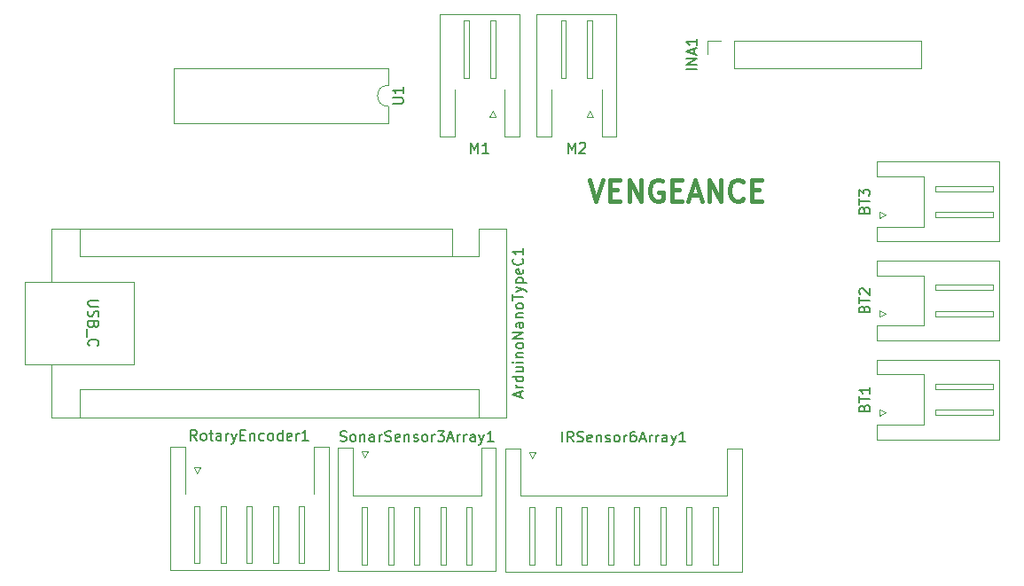
<source format=gbr>
%TF.GenerationSoftware,KiCad,Pcbnew,9.0.3*%
%TF.CreationDate,2025-07-23T14:16:35+06:00*%
%TF.ProjectId,LFRCircuit,4c465243-6972-4637-9569-742e6b696361,rev?*%
%TF.SameCoordinates,Original*%
%TF.FileFunction,Legend,Top*%
%TF.FilePolarity,Positive*%
%FSLAX46Y46*%
G04 Gerber Fmt 4.6, Leading zero omitted, Abs format (unit mm)*
G04 Created by KiCad (PCBNEW 9.0.3) date 2025-07-23 14:16:35*
%MOMM*%
%LPD*%
G01*
G04 APERTURE LIST*
%ADD10C,0.400000*%
%ADD11C,0.150000*%
%ADD12C,0.120000*%
G04 APERTURE END LIST*
D10*
X176703633Y-90234438D02*
X177370299Y-92234438D01*
X177370299Y-92234438D02*
X178036966Y-90234438D01*
X178703633Y-91186819D02*
X179370300Y-91186819D01*
X179656014Y-92234438D02*
X178703633Y-92234438D01*
X178703633Y-92234438D02*
X178703633Y-90234438D01*
X178703633Y-90234438D02*
X179656014Y-90234438D01*
X180513157Y-92234438D02*
X180513157Y-90234438D01*
X180513157Y-90234438D02*
X181656014Y-92234438D01*
X181656014Y-92234438D02*
X181656014Y-90234438D01*
X183656014Y-90329676D02*
X183465538Y-90234438D01*
X183465538Y-90234438D02*
X183179824Y-90234438D01*
X183179824Y-90234438D02*
X182894109Y-90329676D01*
X182894109Y-90329676D02*
X182703633Y-90520152D01*
X182703633Y-90520152D02*
X182608395Y-90710628D01*
X182608395Y-90710628D02*
X182513157Y-91091580D01*
X182513157Y-91091580D02*
X182513157Y-91377295D01*
X182513157Y-91377295D02*
X182608395Y-91758247D01*
X182608395Y-91758247D02*
X182703633Y-91948723D01*
X182703633Y-91948723D02*
X182894109Y-92139200D01*
X182894109Y-92139200D02*
X183179824Y-92234438D01*
X183179824Y-92234438D02*
X183370300Y-92234438D01*
X183370300Y-92234438D02*
X183656014Y-92139200D01*
X183656014Y-92139200D02*
X183751252Y-92043961D01*
X183751252Y-92043961D02*
X183751252Y-91377295D01*
X183751252Y-91377295D02*
X183370300Y-91377295D01*
X184608395Y-91186819D02*
X185275062Y-91186819D01*
X185560776Y-92234438D02*
X184608395Y-92234438D01*
X184608395Y-92234438D02*
X184608395Y-90234438D01*
X184608395Y-90234438D02*
X185560776Y-90234438D01*
X186322681Y-91663009D02*
X187275062Y-91663009D01*
X186132205Y-92234438D02*
X186798871Y-90234438D01*
X186798871Y-90234438D02*
X187465538Y-92234438D01*
X188132205Y-92234438D02*
X188132205Y-90234438D01*
X188132205Y-90234438D02*
X189275062Y-92234438D01*
X189275062Y-92234438D02*
X189275062Y-90234438D01*
X191370300Y-92043961D02*
X191275062Y-92139200D01*
X191275062Y-92139200D02*
X190989348Y-92234438D01*
X190989348Y-92234438D02*
X190798872Y-92234438D01*
X190798872Y-92234438D02*
X190513157Y-92139200D01*
X190513157Y-92139200D02*
X190322681Y-91948723D01*
X190322681Y-91948723D02*
X190227443Y-91758247D01*
X190227443Y-91758247D02*
X190132205Y-91377295D01*
X190132205Y-91377295D02*
X190132205Y-91091580D01*
X190132205Y-91091580D02*
X190227443Y-90710628D01*
X190227443Y-90710628D02*
X190322681Y-90520152D01*
X190322681Y-90520152D02*
X190513157Y-90329676D01*
X190513157Y-90329676D02*
X190798872Y-90234438D01*
X190798872Y-90234438D02*
X190989348Y-90234438D01*
X190989348Y-90234438D02*
X191275062Y-90329676D01*
X191275062Y-90329676D02*
X191370300Y-90424914D01*
X192227443Y-91186819D02*
X192894110Y-91186819D01*
X193179824Y-92234438D02*
X192227443Y-92234438D01*
X192227443Y-92234438D02*
X192227443Y-90234438D01*
X192227443Y-90234438D02*
X193179824Y-90234438D01*
D11*
X170119104Y-110965238D02*
X170119104Y-110489048D01*
X170404819Y-111060476D02*
X169404819Y-110727143D01*
X169404819Y-110727143D02*
X170404819Y-110393810D01*
X170404819Y-110060476D02*
X169738152Y-110060476D01*
X169928628Y-110060476D02*
X169833390Y-110012857D01*
X169833390Y-110012857D02*
X169785771Y-109965238D01*
X169785771Y-109965238D02*
X169738152Y-109870000D01*
X169738152Y-109870000D02*
X169738152Y-109774762D01*
X170404819Y-109012857D02*
X169404819Y-109012857D01*
X170357200Y-109012857D02*
X170404819Y-109108095D01*
X170404819Y-109108095D02*
X170404819Y-109298571D01*
X170404819Y-109298571D02*
X170357200Y-109393809D01*
X170357200Y-109393809D02*
X170309580Y-109441428D01*
X170309580Y-109441428D02*
X170214342Y-109489047D01*
X170214342Y-109489047D02*
X169928628Y-109489047D01*
X169928628Y-109489047D02*
X169833390Y-109441428D01*
X169833390Y-109441428D02*
X169785771Y-109393809D01*
X169785771Y-109393809D02*
X169738152Y-109298571D01*
X169738152Y-109298571D02*
X169738152Y-109108095D01*
X169738152Y-109108095D02*
X169785771Y-109012857D01*
X169738152Y-108108095D02*
X170404819Y-108108095D01*
X169738152Y-108536666D02*
X170261961Y-108536666D01*
X170261961Y-108536666D02*
X170357200Y-108489047D01*
X170357200Y-108489047D02*
X170404819Y-108393809D01*
X170404819Y-108393809D02*
X170404819Y-108250952D01*
X170404819Y-108250952D02*
X170357200Y-108155714D01*
X170357200Y-108155714D02*
X170309580Y-108108095D01*
X170404819Y-107631904D02*
X169738152Y-107631904D01*
X169404819Y-107631904D02*
X169452438Y-107679523D01*
X169452438Y-107679523D02*
X169500057Y-107631904D01*
X169500057Y-107631904D02*
X169452438Y-107584285D01*
X169452438Y-107584285D02*
X169404819Y-107631904D01*
X169404819Y-107631904D02*
X169500057Y-107631904D01*
X169738152Y-107155714D02*
X170404819Y-107155714D01*
X169833390Y-107155714D02*
X169785771Y-107108095D01*
X169785771Y-107108095D02*
X169738152Y-107012857D01*
X169738152Y-107012857D02*
X169738152Y-106870000D01*
X169738152Y-106870000D02*
X169785771Y-106774762D01*
X169785771Y-106774762D02*
X169881009Y-106727143D01*
X169881009Y-106727143D02*
X170404819Y-106727143D01*
X170404819Y-106108095D02*
X170357200Y-106203333D01*
X170357200Y-106203333D02*
X170309580Y-106250952D01*
X170309580Y-106250952D02*
X170214342Y-106298571D01*
X170214342Y-106298571D02*
X169928628Y-106298571D01*
X169928628Y-106298571D02*
X169833390Y-106250952D01*
X169833390Y-106250952D02*
X169785771Y-106203333D01*
X169785771Y-106203333D02*
X169738152Y-106108095D01*
X169738152Y-106108095D02*
X169738152Y-105965238D01*
X169738152Y-105965238D02*
X169785771Y-105870000D01*
X169785771Y-105870000D02*
X169833390Y-105822381D01*
X169833390Y-105822381D02*
X169928628Y-105774762D01*
X169928628Y-105774762D02*
X170214342Y-105774762D01*
X170214342Y-105774762D02*
X170309580Y-105822381D01*
X170309580Y-105822381D02*
X170357200Y-105870000D01*
X170357200Y-105870000D02*
X170404819Y-105965238D01*
X170404819Y-105965238D02*
X170404819Y-106108095D01*
X170404819Y-105346190D02*
X169404819Y-105346190D01*
X169404819Y-105346190D02*
X170404819Y-104774762D01*
X170404819Y-104774762D02*
X169404819Y-104774762D01*
X170404819Y-103870000D02*
X169881009Y-103870000D01*
X169881009Y-103870000D02*
X169785771Y-103917619D01*
X169785771Y-103917619D02*
X169738152Y-104012857D01*
X169738152Y-104012857D02*
X169738152Y-104203333D01*
X169738152Y-104203333D02*
X169785771Y-104298571D01*
X170357200Y-103870000D02*
X170404819Y-103965238D01*
X170404819Y-103965238D02*
X170404819Y-104203333D01*
X170404819Y-104203333D02*
X170357200Y-104298571D01*
X170357200Y-104298571D02*
X170261961Y-104346190D01*
X170261961Y-104346190D02*
X170166723Y-104346190D01*
X170166723Y-104346190D02*
X170071485Y-104298571D01*
X170071485Y-104298571D02*
X170023866Y-104203333D01*
X170023866Y-104203333D02*
X170023866Y-103965238D01*
X170023866Y-103965238D02*
X169976247Y-103870000D01*
X169738152Y-103393809D02*
X170404819Y-103393809D01*
X169833390Y-103393809D02*
X169785771Y-103346190D01*
X169785771Y-103346190D02*
X169738152Y-103250952D01*
X169738152Y-103250952D02*
X169738152Y-103108095D01*
X169738152Y-103108095D02*
X169785771Y-103012857D01*
X169785771Y-103012857D02*
X169881009Y-102965238D01*
X169881009Y-102965238D02*
X170404819Y-102965238D01*
X170404819Y-102346190D02*
X170357200Y-102441428D01*
X170357200Y-102441428D02*
X170309580Y-102489047D01*
X170309580Y-102489047D02*
X170214342Y-102536666D01*
X170214342Y-102536666D02*
X169928628Y-102536666D01*
X169928628Y-102536666D02*
X169833390Y-102489047D01*
X169833390Y-102489047D02*
X169785771Y-102441428D01*
X169785771Y-102441428D02*
X169738152Y-102346190D01*
X169738152Y-102346190D02*
X169738152Y-102203333D01*
X169738152Y-102203333D02*
X169785771Y-102108095D01*
X169785771Y-102108095D02*
X169833390Y-102060476D01*
X169833390Y-102060476D02*
X169928628Y-102012857D01*
X169928628Y-102012857D02*
X170214342Y-102012857D01*
X170214342Y-102012857D02*
X170309580Y-102060476D01*
X170309580Y-102060476D02*
X170357200Y-102108095D01*
X170357200Y-102108095D02*
X170404819Y-102203333D01*
X170404819Y-102203333D02*
X170404819Y-102346190D01*
X169404819Y-101727142D02*
X169404819Y-101155714D01*
X170404819Y-101441428D02*
X169404819Y-101441428D01*
X169738152Y-100917618D02*
X170404819Y-100679523D01*
X169738152Y-100441428D02*
X170404819Y-100679523D01*
X170404819Y-100679523D02*
X170642914Y-100774761D01*
X170642914Y-100774761D02*
X170690533Y-100822380D01*
X170690533Y-100822380D02*
X170738152Y-100917618D01*
X169738152Y-100060475D02*
X170738152Y-100060475D01*
X169785771Y-100060475D02*
X169738152Y-99965237D01*
X169738152Y-99965237D02*
X169738152Y-99774761D01*
X169738152Y-99774761D02*
X169785771Y-99679523D01*
X169785771Y-99679523D02*
X169833390Y-99631904D01*
X169833390Y-99631904D02*
X169928628Y-99584285D01*
X169928628Y-99584285D02*
X170214342Y-99584285D01*
X170214342Y-99584285D02*
X170309580Y-99631904D01*
X170309580Y-99631904D02*
X170357200Y-99679523D01*
X170357200Y-99679523D02*
X170404819Y-99774761D01*
X170404819Y-99774761D02*
X170404819Y-99965237D01*
X170404819Y-99965237D02*
X170357200Y-100060475D01*
X170357200Y-98774761D02*
X170404819Y-98869999D01*
X170404819Y-98869999D02*
X170404819Y-99060475D01*
X170404819Y-99060475D02*
X170357200Y-99155713D01*
X170357200Y-99155713D02*
X170261961Y-99203332D01*
X170261961Y-99203332D02*
X169881009Y-99203332D01*
X169881009Y-99203332D02*
X169785771Y-99155713D01*
X169785771Y-99155713D02*
X169738152Y-99060475D01*
X169738152Y-99060475D02*
X169738152Y-98869999D01*
X169738152Y-98869999D02*
X169785771Y-98774761D01*
X169785771Y-98774761D02*
X169881009Y-98727142D01*
X169881009Y-98727142D02*
X169976247Y-98727142D01*
X169976247Y-98727142D02*
X170071485Y-99203332D01*
X170309580Y-97727142D02*
X170357200Y-97774761D01*
X170357200Y-97774761D02*
X170404819Y-97917618D01*
X170404819Y-97917618D02*
X170404819Y-98012856D01*
X170404819Y-98012856D02*
X170357200Y-98155713D01*
X170357200Y-98155713D02*
X170261961Y-98250951D01*
X170261961Y-98250951D02*
X170166723Y-98298570D01*
X170166723Y-98298570D02*
X169976247Y-98346189D01*
X169976247Y-98346189D02*
X169833390Y-98346189D01*
X169833390Y-98346189D02*
X169642914Y-98298570D01*
X169642914Y-98298570D02*
X169547676Y-98250951D01*
X169547676Y-98250951D02*
X169452438Y-98155713D01*
X169452438Y-98155713D02*
X169404819Y-98012856D01*
X169404819Y-98012856D02*
X169404819Y-97917618D01*
X169404819Y-97917618D02*
X169452438Y-97774761D01*
X169452438Y-97774761D02*
X169500057Y-97727142D01*
X170404819Y-96774761D02*
X170404819Y-97346189D01*
X170404819Y-97060475D02*
X169404819Y-97060475D01*
X169404819Y-97060475D02*
X169547676Y-97155713D01*
X169547676Y-97155713D02*
X169642914Y-97250951D01*
X169642914Y-97250951D02*
X169690533Y-97346189D01*
X129855180Y-101727143D02*
X129045657Y-101727143D01*
X129045657Y-101727143D02*
X128950419Y-101774762D01*
X128950419Y-101774762D02*
X128902800Y-101822381D01*
X128902800Y-101822381D02*
X128855180Y-101917619D01*
X128855180Y-101917619D02*
X128855180Y-102108095D01*
X128855180Y-102108095D02*
X128902800Y-102203333D01*
X128902800Y-102203333D02*
X128950419Y-102250952D01*
X128950419Y-102250952D02*
X129045657Y-102298571D01*
X129045657Y-102298571D02*
X129855180Y-102298571D01*
X128902800Y-102727143D02*
X128855180Y-102870000D01*
X128855180Y-102870000D02*
X128855180Y-103108095D01*
X128855180Y-103108095D02*
X128902800Y-103203333D01*
X128902800Y-103203333D02*
X128950419Y-103250952D01*
X128950419Y-103250952D02*
X129045657Y-103298571D01*
X129045657Y-103298571D02*
X129140895Y-103298571D01*
X129140895Y-103298571D02*
X129236133Y-103250952D01*
X129236133Y-103250952D02*
X129283752Y-103203333D01*
X129283752Y-103203333D02*
X129331371Y-103108095D01*
X129331371Y-103108095D02*
X129378990Y-102917619D01*
X129378990Y-102917619D02*
X129426609Y-102822381D01*
X129426609Y-102822381D02*
X129474228Y-102774762D01*
X129474228Y-102774762D02*
X129569466Y-102727143D01*
X129569466Y-102727143D02*
X129664704Y-102727143D01*
X129664704Y-102727143D02*
X129759942Y-102774762D01*
X129759942Y-102774762D02*
X129807561Y-102822381D01*
X129807561Y-102822381D02*
X129855180Y-102917619D01*
X129855180Y-102917619D02*
X129855180Y-103155714D01*
X129855180Y-103155714D02*
X129807561Y-103298571D01*
X129378990Y-104060476D02*
X129331371Y-104203333D01*
X129331371Y-104203333D02*
X129283752Y-104250952D01*
X129283752Y-104250952D02*
X129188514Y-104298571D01*
X129188514Y-104298571D02*
X129045657Y-104298571D01*
X129045657Y-104298571D02*
X128950419Y-104250952D01*
X128950419Y-104250952D02*
X128902800Y-104203333D01*
X128902800Y-104203333D02*
X128855180Y-104108095D01*
X128855180Y-104108095D02*
X128855180Y-103727143D01*
X128855180Y-103727143D02*
X129855180Y-103727143D01*
X129855180Y-103727143D02*
X129855180Y-104060476D01*
X129855180Y-104060476D02*
X129807561Y-104155714D01*
X129807561Y-104155714D02*
X129759942Y-104203333D01*
X129759942Y-104203333D02*
X129664704Y-104250952D01*
X129664704Y-104250952D02*
X129569466Y-104250952D01*
X129569466Y-104250952D02*
X129474228Y-104203333D01*
X129474228Y-104203333D02*
X129426609Y-104155714D01*
X129426609Y-104155714D02*
X129378990Y-104060476D01*
X129378990Y-104060476D02*
X129378990Y-103727143D01*
X128759942Y-104489048D02*
X128759942Y-105250952D01*
X128950419Y-106060476D02*
X128902800Y-106012857D01*
X128902800Y-106012857D02*
X128855180Y-105870000D01*
X128855180Y-105870000D02*
X128855180Y-105774762D01*
X128855180Y-105774762D02*
X128902800Y-105631905D01*
X128902800Y-105631905D02*
X128998038Y-105536667D01*
X128998038Y-105536667D02*
X129093276Y-105489048D01*
X129093276Y-105489048D02*
X129283752Y-105441429D01*
X129283752Y-105441429D02*
X129426609Y-105441429D01*
X129426609Y-105441429D02*
X129617085Y-105489048D01*
X129617085Y-105489048D02*
X129712323Y-105536667D01*
X129712323Y-105536667D02*
X129807561Y-105631905D01*
X129807561Y-105631905D02*
X129855180Y-105774762D01*
X129855180Y-105774762D02*
X129855180Y-105870000D01*
X129855180Y-105870000D02*
X129807561Y-106012857D01*
X129807561Y-106012857D02*
X129759942Y-106060476D01*
X152940475Y-115147200D02*
X153083332Y-115194819D01*
X153083332Y-115194819D02*
X153321427Y-115194819D01*
X153321427Y-115194819D02*
X153416665Y-115147200D01*
X153416665Y-115147200D02*
X153464284Y-115099580D01*
X153464284Y-115099580D02*
X153511903Y-115004342D01*
X153511903Y-115004342D02*
X153511903Y-114909104D01*
X153511903Y-114909104D02*
X153464284Y-114813866D01*
X153464284Y-114813866D02*
X153416665Y-114766247D01*
X153416665Y-114766247D02*
X153321427Y-114718628D01*
X153321427Y-114718628D02*
X153130951Y-114671009D01*
X153130951Y-114671009D02*
X153035713Y-114623390D01*
X153035713Y-114623390D02*
X152988094Y-114575771D01*
X152988094Y-114575771D02*
X152940475Y-114480533D01*
X152940475Y-114480533D02*
X152940475Y-114385295D01*
X152940475Y-114385295D02*
X152988094Y-114290057D01*
X152988094Y-114290057D02*
X153035713Y-114242438D01*
X153035713Y-114242438D02*
X153130951Y-114194819D01*
X153130951Y-114194819D02*
X153369046Y-114194819D01*
X153369046Y-114194819D02*
X153511903Y-114242438D01*
X154083332Y-115194819D02*
X153988094Y-115147200D01*
X153988094Y-115147200D02*
X153940475Y-115099580D01*
X153940475Y-115099580D02*
X153892856Y-115004342D01*
X153892856Y-115004342D02*
X153892856Y-114718628D01*
X153892856Y-114718628D02*
X153940475Y-114623390D01*
X153940475Y-114623390D02*
X153988094Y-114575771D01*
X153988094Y-114575771D02*
X154083332Y-114528152D01*
X154083332Y-114528152D02*
X154226189Y-114528152D01*
X154226189Y-114528152D02*
X154321427Y-114575771D01*
X154321427Y-114575771D02*
X154369046Y-114623390D01*
X154369046Y-114623390D02*
X154416665Y-114718628D01*
X154416665Y-114718628D02*
X154416665Y-115004342D01*
X154416665Y-115004342D02*
X154369046Y-115099580D01*
X154369046Y-115099580D02*
X154321427Y-115147200D01*
X154321427Y-115147200D02*
X154226189Y-115194819D01*
X154226189Y-115194819D02*
X154083332Y-115194819D01*
X154845237Y-114528152D02*
X154845237Y-115194819D01*
X154845237Y-114623390D02*
X154892856Y-114575771D01*
X154892856Y-114575771D02*
X154988094Y-114528152D01*
X154988094Y-114528152D02*
X155130951Y-114528152D01*
X155130951Y-114528152D02*
X155226189Y-114575771D01*
X155226189Y-114575771D02*
X155273808Y-114671009D01*
X155273808Y-114671009D02*
X155273808Y-115194819D01*
X156178570Y-115194819D02*
X156178570Y-114671009D01*
X156178570Y-114671009D02*
X156130951Y-114575771D01*
X156130951Y-114575771D02*
X156035713Y-114528152D01*
X156035713Y-114528152D02*
X155845237Y-114528152D01*
X155845237Y-114528152D02*
X155749999Y-114575771D01*
X156178570Y-115147200D02*
X156083332Y-115194819D01*
X156083332Y-115194819D02*
X155845237Y-115194819D01*
X155845237Y-115194819D02*
X155749999Y-115147200D01*
X155749999Y-115147200D02*
X155702380Y-115051961D01*
X155702380Y-115051961D02*
X155702380Y-114956723D01*
X155702380Y-114956723D02*
X155749999Y-114861485D01*
X155749999Y-114861485D02*
X155845237Y-114813866D01*
X155845237Y-114813866D02*
X156083332Y-114813866D01*
X156083332Y-114813866D02*
X156178570Y-114766247D01*
X156654761Y-115194819D02*
X156654761Y-114528152D01*
X156654761Y-114718628D02*
X156702380Y-114623390D01*
X156702380Y-114623390D02*
X156749999Y-114575771D01*
X156749999Y-114575771D02*
X156845237Y-114528152D01*
X156845237Y-114528152D02*
X156940475Y-114528152D01*
X157226190Y-115147200D02*
X157369047Y-115194819D01*
X157369047Y-115194819D02*
X157607142Y-115194819D01*
X157607142Y-115194819D02*
X157702380Y-115147200D01*
X157702380Y-115147200D02*
X157749999Y-115099580D01*
X157749999Y-115099580D02*
X157797618Y-115004342D01*
X157797618Y-115004342D02*
X157797618Y-114909104D01*
X157797618Y-114909104D02*
X157749999Y-114813866D01*
X157749999Y-114813866D02*
X157702380Y-114766247D01*
X157702380Y-114766247D02*
X157607142Y-114718628D01*
X157607142Y-114718628D02*
X157416666Y-114671009D01*
X157416666Y-114671009D02*
X157321428Y-114623390D01*
X157321428Y-114623390D02*
X157273809Y-114575771D01*
X157273809Y-114575771D02*
X157226190Y-114480533D01*
X157226190Y-114480533D02*
X157226190Y-114385295D01*
X157226190Y-114385295D02*
X157273809Y-114290057D01*
X157273809Y-114290057D02*
X157321428Y-114242438D01*
X157321428Y-114242438D02*
X157416666Y-114194819D01*
X157416666Y-114194819D02*
X157654761Y-114194819D01*
X157654761Y-114194819D02*
X157797618Y-114242438D01*
X158607142Y-115147200D02*
X158511904Y-115194819D01*
X158511904Y-115194819D02*
X158321428Y-115194819D01*
X158321428Y-115194819D02*
X158226190Y-115147200D01*
X158226190Y-115147200D02*
X158178571Y-115051961D01*
X158178571Y-115051961D02*
X158178571Y-114671009D01*
X158178571Y-114671009D02*
X158226190Y-114575771D01*
X158226190Y-114575771D02*
X158321428Y-114528152D01*
X158321428Y-114528152D02*
X158511904Y-114528152D01*
X158511904Y-114528152D02*
X158607142Y-114575771D01*
X158607142Y-114575771D02*
X158654761Y-114671009D01*
X158654761Y-114671009D02*
X158654761Y-114766247D01*
X158654761Y-114766247D02*
X158178571Y-114861485D01*
X159083333Y-114528152D02*
X159083333Y-115194819D01*
X159083333Y-114623390D02*
X159130952Y-114575771D01*
X159130952Y-114575771D02*
X159226190Y-114528152D01*
X159226190Y-114528152D02*
X159369047Y-114528152D01*
X159369047Y-114528152D02*
X159464285Y-114575771D01*
X159464285Y-114575771D02*
X159511904Y-114671009D01*
X159511904Y-114671009D02*
X159511904Y-115194819D01*
X159940476Y-115147200D02*
X160035714Y-115194819D01*
X160035714Y-115194819D02*
X160226190Y-115194819D01*
X160226190Y-115194819D02*
X160321428Y-115147200D01*
X160321428Y-115147200D02*
X160369047Y-115051961D01*
X160369047Y-115051961D02*
X160369047Y-115004342D01*
X160369047Y-115004342D02*
X160321428Y-114909104D01*
X160321428Y-114909104D02*
X160226190Y-114861485D01*
X160226190Y-114861485D02*
X160083333Y-114861485D01*
X160083333Y-114861485D02*
X159988095Y-114813866D01*
X159988095Y-114813866D02*
X159940476Y-114718628D01*
X159940476Y-114718628D02*
X159940476Y-114671009D01*
X159940476Y-114671009D02*
X159988095Y-114575771D01*
X159988095Y-114575771D02*
X160083333Y-114528152D01*
X160083333Y-114528152D02*
X160226190Y-114528152D01*
X160226190Y-114528152D02*
X160321428Y-114575771D01*
X160940476Y-115194819D02*
X160845238Y-115147200D01*
X160845238Y-115147200D02*
X160797619Y-115099580D01*
X160797619Y-115099580D02*
X160750000Y-115004342D01*
X160750000Y-115004342D02*
X160750000Y-114718628D01*
X160750000Y-114718628D02*
X160797619Y-114623390D01*
X160797619Y-114623390D02*
X160845238Y-114575771D01*
X160845238Y-114575771D02*
X160940476Y-114528152D01*
X160940476Y-114528152D02*
X161083333Y-114528152D01*
X161083333Y-114528152D02*
X161178571Y-114575771D01*
X161178571Y-114575771D02*
X161226190Y-114623390D01*
X161226190Y-114623390D02*
X161273809Y-114718628D01*
X161273809Y-114718628D02*
X161273809Y-115004342D01*
X161273809Y-115004342D02*
X161226190Y-115099580D01*
X161226190Y-115099580D02*
X161178571Y-115147200D01*
X161178571Y-115147200D02*
X161083333Y-115194819D01*
X161083333Y-115194819D02*
X160940476Y-115194819D01*
X161702381Y-115194819D02*
X161702381Y-114528152D01*
X161702381Y-114718628D02*
X161750000Y-114623390D01*
X161750000Y-114623390D02*
X161797619Y-114575771D01*
X161797619Y-114575771D02*
X161892857Y-114528152D01*
X161892857Y-114528152D02*
X161988095Y-114528152D01*
X162226191Y-114194819D02*
X162845238Y-114194819D01*
X162845238Y-114194819D02*
X162511905Y-114575771D01*
X162511905Y-114575771D02*
X162654762Y-114575771D01*
X162654762Y-114575771D02*
X162750000Y-114623390D01*
X162750000Y-114623390D02*
X162797619Y-114671009D01*
X162797619Y-114671009D02*
X162845238Y-114766247D01*
X162845238Y-114766247D02*
X162845238Y-115004342D01*
X162845238Y-115004342D02*
X162797619Y-115099580D01*
X162797619Y-115099580D02*
X162750000Y-115147200D01*
X162750000Y-115147200D02*
X162654762Y-115194819D01*
X162654762Y-115194819D02*
X162369048Y-115194819D01*
X162369048Y-115194819D02*
X162273810Y-115147200D01*
X162273810Y-115147200D02*
X162226191Y-115099580D01*
X163226191Y-114909104D02*
X163702381Y-114909104D01*
X163130953Y-115194819D02*
X163464286Y-114194819D01*
X163464286Y-114194819D02*
X163797619Y-115194819D01*
X164130953Y-115194819D02*
X164130953Y-114528152D01*
X164130953Y-114718628D02*
X164178572Y-114623390D01*
X164178572Y-114623390D02*
X164226191Y-114575771D01*
X164226191Y-114575771D02*
X164321429Y-114528152D01*
X164321429Y-114528152D02*
X164416667Y-114528152D01*
X164750001Y-115194819D02*
X164750001Y-114528152D01*
X164750001Y-114718628D02*
X164797620Y-114623390D01*
X164797620Y-114623390D02*
X164845239Y-114575771D01*
X164845239Y-114575771D02*
X164940477Y-114528152D01*
X164940477Y-114528152D02*
X165035715Y-114528152D01*
X165797620Y-115194819D02*
X165797620Y-114671009D01*
X165797620Y-114671009D02*
X165750001Y-114575771D01*
X165750001Y-114575771D02*
X165654763Y-114528152D01*
X165654763Y-114528152D02*
X165464287Y-114528152D01*
X165464287Y-114528152D02*
X165369049Y-114575771D01*
X165797620Y-115147200D02*
X165702382Y-115194819D01*
X165702382Y-115194819D02*
X165464287Y-115194819D01*
X165464287Y-115194819D02*
X165369049Y-115147200D01*
X165369049Y-115147200D02*
X165321430Y-115051961D01*
X165321430Y-115051961D02*
X165321430Y-114956723D01*
X165321430Y-114956723D02*
X165369049Y-114861485D01*
X165369049Y-114861485D02*
X165464287Y-114813866D01*
X165464287Y-114813866D02*
X165702382Y-114813866D01*
X165702382Y-114813866D02*
X165797620Y-114766247D01*
X166178573Y-114528152D02*
X166416668Y-115194819D01*
X166654763Y-114528152D02*
X166416668Y-115194819D01*
X166416668Y-115194819D02*
X166321430Y-115432914D01*
X166321430Y-115432914D02*
X166273811Y-115480533D01*
X166273811Y-115480533D02*
X166178573Y-115528152D01*
X167559525Y-115194819D02*
X166988097Y-115194819D01*
X167273811Y-115194819D02*
X167273811Y-114194819D01*
X167273811Y-114194819D02*
X167178573Y-114337676D01*
X167178573Y-114337676D02*
X167083335Y-114432914D01*
X167083335Y-114432914D02*
X166988097Y-114480533D01*
X139226189Y-115104819D02*
X138892856Y-114628628D01*
X138654761Y-115104819D02*
X138654761Y-114104819D01*
X138654761Y-114104819D02*
X139035713Y-114104819D01*
X139035713Y-114104819D02*
X139130951Y-114152438D01*
X139130951Y-114152438D02*
X139178570Y-114200057D01*
X139178570Y-114200057D02*
X139226189Y-114295295D01*
X139226189Y-114295295D02*
X139226189Y-114438152D01*
X139226189Y-114438152D02*
X139178570Y-114533390D01*
X139178570Y-114533390D02*
X139130951Y-114581009D01*
X139130951Y-114581009D02*
X139035713Y-114628628D01*
X139035713Y-114628628D02*
X138654761Y-114628628D01*
X139797618Y-115104819D02*
X139702380Y-115057200D01*
X139702380Y-115057200D02*
X139654761Y-115009580D01*
X139654761Y-115009580D02*
X139607142Y-114914342D01*
X139607142Y-114914342D02*
X139607142Y-114628628D01*
X139607142Y-114628628D02*
X139654761Y-114533390D01*
X139654761Y-114533390D02*
X139702380Y-114485771D01*
X139702380Y-114485771D02*
X139797618Y-114438152D01*
X139797618Y-114438152D02*
X139940475Y-114438152D01*
X139940475Y-114438152D02*
X140035713Y-114485771D01*
X140035713Y-114485771D02*
X140083332Y-114533390D01*
X140083332Y-114533390D02*
X140130951Y-114628628D01*
X140130951Y-114628628D02*
X140130951Y-114914342D01*
X140130951Y-114914342D02*
X140083332Y-115009580D01*
X140083332Y-115009580D02*
X140035713Y-115057200D01*
X140035713Y-115057200D02*
X139940475Y-115104819D01*
X139940475Y-115104819D02*
X139797618Y-115104819D01*
X140416666Y-114438152D02*
X140797618Y-114438152D01*
X140559523Y-114104819D02*
X140559523Y-114961961D01*
X140559523Y-114961961D02*
X140607142Y-115057200D01*
X140607142Y-115057200D02*
X140702380Y-115104819D01*
X140702380Y-115104819D02*
X140797618Y-115104819D01*
X141559523Y-115104819D02*
X141559523Y-114581009D01*
X141559523Y-114581009D02*
X141511904Y-114485771D01*
X141511904Y-114485771D02*
X141416666Y-114438152D01*
X141416666Y-114438152D02*
X141226190Y-114438152D01*
X141226190Y-114438152D02*
X141130952Y-114485771D01*
X141559523Y-115057200D02*
X141464285Y-115104819D01*
X141464285Y-115104819D02*
X141226190Y-115104819D01*
X141226190Y-115104819D02*
X141130952Y-115057200D01*
X141130952Y-115057200D02*
X141083333Y-114961961D01*
X141083333Y-114961961D02*
X141083333Y-114866723D01*
X141083333Y-114866723D02*
X141130952Y-114771485D01*
X141130952Y-114771485D02*
X141226190Y-114723866D01*
X141226190Y-114723866D02*
X141464285Y-114723866D01*
X141464285Y-114723866D02*
X141559523Y-114676247D01*
X142035714Y-115104819D02*
X142035714Y-114438152D01*
X142035714Y-114628628D02*
X142083333Y-114533390D01*
X142083333Y-114533390D02*
X142130952Y-114485771D01*
X142130952Y-114485771D02*
X142226190Y-114438152D01*
X142226190Y-114438152D02*
X142321428Y-114438152D01*
X142559524Y-114438152D02*
X142797619Y-115104819D01*
X143035714Y-114438152D02*
X142797619Y-115104819D01*
X142797619Y-115104819D02*
X142702381Y-115342914D01*
X142702381Y-115342914D02*
X142654762Y-115390533D01*
X142654762Y-115390533D02*
X142559524Y-115438152D01*
X143416667Y-114581009D02*
X143750000Y-114581009D01*
X143892857Y-115104819D02*
X143416667Y-115104819D01*
X143416667Y-115104819D02*
X143416667Y-114104819D01*
X143416667Y-114104819D02*
X143892857Y-114104819D01*
X144321429Y-114438152D02*
X144321429Y-115104819D01*
X144321429Y-114533390D02*
X144369048Y-114485771D01*
X144369048Y-114485771D02*
X144464286Y-114438152D01*
X144464286Y-114438152D02*
X144607143Y-114438152D01*
X144607143Y-114438152D02*
X144702381Y-114485771D01*
X144702381Y-114485771D02*
X144750000Y-114581009D01*
X144750000Y-114581009D02*
X144750000Y-115104819D01*
X145654762Y-115057200D02*
X145559524Y-115104819D01*
X145559524Y-115104819D02*
X145369048Y-115104819D01*
X145369048Y-115104819D02*
X145273810Y-115057200D01*
X145273810Y-115057200D02*
X145226191Y-115009580D01*
X145226191Y-115009580D02*
X145178572Y-114914342D01*
X145178572Y-114914342D02*
X145178572Y-114628628D01*
X145178572Y-114628628D02*
X145226191Y-114533390D01*
X145226191Y-114533390D02*
X145273810Y-114485771D01*
X145273810Y-114485771D02*
X145369048Y-114438152D01*
X145369048Y-114438152D02*
X145559524Y-114438152D01*
X145559524Y-114438152D02*
X145654762Y-114485771D01*
X146226191Y-115104819D02*
X146130953Y-115057200D01*
X146130953Y-115057200D02*
X146083334Y-115009580D01*
X146083334Y-115009580D02*
X146035715Y-114914342D01*
X146035715Y-114914342D02*
X146035715Y-114628628D01*
X146035715Y-114628628D02*
X146083334Y-114533390D01*
X146083334Y-114533390D02*
X146130953Y-114485771D01*
X146130953Y-114485771D02*
X146226191Y-114438152D01*
X146226191Y-114438152D02*
X146369048Y-114438152D01*
X146369048Y-114438152D02*
X146464286Y-114485771D01*
X146464286Y-114485771D02*
X146511905Y-114533390D01*
X146511905Y-114533390D02*
X146559524Y-114628628D01*
X146559524Y-114628628D02*
X146559524Y-114914342D01*
X146559524Y-114914342D02*
X146511905Y-115009580D01*
X146511905Y-115009580D02*
X146464286Y-115057200D01*
X146464286Y-115057200D02*
X146369048Y-115104819D01*
X146369048Y-115104819D02*
X146226191Y-115104819D01*
X147416667Y-115104819D02*
X147416667Y-114104819D01*
X147416667Y-115057200D02*
X147321429Y-115104819D01*
X147321429Y-115104819D02*
X147130953Y-115104819D01*
X147130953Y-115104819D02*
X147035715Y-115057200D01*
X147035715Y-115057200D02*
X146988096Y-115009580D01*
X146988096Y-115009580D02*
X146940477Y-114914342D01*
X146940477Y-114914342D02*
X146940477Y-114628628D01*
X146940477Y-114628628D02*
X146988096Y-114533390D01*
X146988096Y-114533390D02*
X147035715Y-114485771D01*
X147035715Y-114485771D02*
X147130953Y-114438152D01*
X147130953Y-114438152D02*
X147321429Y-114438152D01*
X147321429Y-114438152D02*
X147416667Y-114485771D01*
X148273810Y-115057200D02*
X148178572Y-115104819D01*
X148178572Y-115104819D02*
X147988096Y-115104819D01*
X147988096Y-115104819D02*
X147892858Y-115057200D01*
X147892858Y-115057200D02*
X147845239Y-114961961D01*
X147845239Y-114961961D02*
X147845239Y-114581009D01*
X147845239Y-114581009D02*
X147892858Y-114485771D01*
X147892858Y-114485771D02*
X147988096Y-114438152D01*
X147988096Y-114438152D02*
X148178572Y-114438152D01*
X148178572Y-114438152D02*
X148273810Y-114485771D01*
X148273810Y-114485771D02*
X148321429Y-114581009D01*
X148321429Y-114581009D02*
X148321429Y-114676247D01*
X148321429Y-114676247D02*
X147845239Y-114771485D01*
X148750001Y-115104819D02*
X148750001Y-114438152D01*
X148750001Y-114628628D02*
X148797620Y-114533390D01*
X148797620Y-114533390D02*
X148845239Y-114485771D01*
X148845239Y-114485771D02*
X148940477Y-114438152D01*
X148940477Y-114438152D02*
X149035715Y-114438152D01*
X149892858Y-115104819D02*
X149321430Y-115104819D01*
X149607144Y-115104819D02*
X149607144Y-114104819D01*
X149607144Y-114104819D02*
X149511906Y-114247676D01*
X149511906Y-114247676D02*
X149416668Y-114342914D01*
X149416668Y-114342914D02*
X149321430Y-114390533D01*
X174142856Y-115249819D02*
X174142856Y-114249819D01*
X175190474Y-115249819D02*
X174857141Y-114773628D01*
X174619046Y-115249819D02*
X174619046Y-114249819D01*
X174619046Y-114249819D02*
X174999998Y-114249819D01*
X174999998Y-114249819D02*
X175095236Y-114297438D01*
X175095236Y-114297438D02*
X175142855Y-114345057D01*
X175142855Y-114345057D02*
X175190474Y-114440295D01*
X175190474Y-114440295D02*
X175190474Y-114583152D01*
X175190474Y-114583152D02*
X175142855Y-114678390D01*
X175142855Y-114678390D02*
X175095236Y-114726009D01*
X175095236Y-114726009D02*
X174999998Y-114773628D01*
X174999998Y-114773628D02*
X174619046Y-114773628D01*
X175571427Y-115202200D02*
X175714284Y-115249819D01*
X175714284Y-115249819D02*
X175952379Y-115249819D01*
X175952379Y-115249819D02*
X176047617Y-115202200D01*
X176047617Y-115202200D02*
X176095236Y-115154580D01*
X176095236Y-115154580D02*
X176142855Y-115059342D01*
X176142855Y-115059342D02*
X176142855Y-114964104D01*
X176142855Y-114964104D02*
X176095236Y-114868866D01*
X176095236Y-114868866D02*
X176047617Y-114821247D01*
X176047617Y-114821247D02*
X175952379Y-114773628D01*
X175952379Y-114773628D02*
X175761903Y-114726009D01*
X175761903Y-114726009D02*
X175666665Y-114678390D01*
X175666665Y-114678390D02*
X175619046Y-114630771D01*
X175619046Y-114630771D02*
X175571427Y-114535533D01*
X175571427Y-114535533D02*
X175571427Y-114440295D01*
X175571427Y-114440295D02*
X175619046Y-114345057D01*
X175619046Y-114345057D02*
X175666665Y-114297438D01*
X175666665Y-114297438D02*
X175761903Y-114249819D01*
X175761903Y-114249819D02*
X175999998Y-114249819D01*
X175999998Y-114249819D02*
X176142855Y-114297438D01*
X176952379Y-115202200D02*
X176857141Y-115249819D01*
X176857141Y-115249819D02*
X176666665Y-115249819D01*
X176666665Y-115249819D02*
X176571427Y-115202200D01*
X176571427Y-115202200D02*
X176523808Y-115106961D01*
X176523808Y-115106961D02*
X176523808Y-114726009D01*
X176523808Y-114726009D02*
X176571427Y-114630771D01*
X176571427Y-114630771D02*
X176666665Y-114583152D01*
X176666665Y-114583152D02*
X176857141Y-114583152D01*
X176857141Y-114583152D02*
X176952379Y-114630771D01*
X176952379Y-114630771D02*
X176999998Y-114726009D01*
X176999998Y-114726009D02*
X176999998Y-114821247D01*
X176999998Y-114821247D02*
X176523808Y-114916485D01*
X177428570Y-114583152D02*
X177428570Y-115249819D01*
X177428570Y-114678390D02*
X177476189Y-114630771D01*
X177476189Y-114630771D02*
X177571427Y-114583152D01*
X177571427Y-114583152D02*
X177714284Y-114583152D01*
X177714284Y-114583152D02*
X177809522Y-114630771D01*
X177809522Y-114630771D02*
X177857141Y-114726009D01*
X177857141Y-114726009D02*
X177857141Y-115249819D01*
X178285713Y-115202200D02*
X178380951Y-115249819D01*
X178380951Y-115249819D02*
X178571427Y-115249819D01*
X178571427Y-115249819D02*
X178666665Y-115202200D01*
X178666665Y-115202200D02*
X178714284Y-115106961D01*
X178714284Y-115106961D02*
X178714284Y-115059342D01*
X178714284Y-115059342D02*
X178666665Y-114964104D01*
X178666665Y-114964104D02*
X178571427Y-114916485D01*
X178571427Y-114916485D02*
X178428570Y-114916485D01*
X178428570Y-114916485D02*
X178333332Y-114868866D01*
X178333332Y-114868866D02*
X178285713Y-114773628D01*
X178285713Y-114773628D02*
X178285713Y-114726009D01*
X178285713Y-114726009D02*
X178333332Y-114630771D01*
X178333332Y-114630771D02*
X178428570Y-114583152D01*
X178428570Y-114583152D02*
X178571427Y-114583152D01*
X178571427Y-114583152D02*
X178666665Y-114630771D01*
X179285713Y-115249819D02*
X179190475Y-115202200D01*
X179190475Y-115202200D02*
X179142856Y-115154580D01*
X179142856Y-115154580D02*
X179095237Y-115059342D01*
X179095237Y-115059342D02*
X179095237Y-114773628D01*
X179095237Y-114773628D02*
X179142856Y-114678390D01*
X179142856Y-114678390D02*
X179190475Y-114630771D01*
X179190475Y-114630771D02*
X179285713Y-114583152D01*
X179285713Y-114583152D02*
X179428570Y-114583152D01*
X179428570Y-114583152D02*
X179523808Y-114630771D01*
X179523808Y-114630771D02*
X179571427Y-114678390D01*
X179571427Y-114678390D02*
X179619046Y-114773628D01*
X179619046Y-114773628D02*
X179619046Y-115059342D01*
X179619046Y-115059342D02*
X179571427Y-115154580D01*
X179571427Y-115154580D02*
X179523808Y-115202200D01*
X179523808Y-115202200D02*
X179428570Y-115249819D01*
X179428570Y-115249819D02*
X179285713Y-115249819D01*
X180047618Y-115249819D02*
X180047618Y-114583152D01*
X180047618Y-114773628D02*
X180095237Y-114678390D01*
X180095237Y-114678390D02*
X180142856Y-114630771D01*
X180142856Y-114630771D02*
X180238094Y-114583152D01*
X180238094Y-114583152D02*
X180333332Y-114583152D01*
X181095237Y-114249819D02*
X180904761Y-114249819D01*
X180904761Y-114249819D02*
X180809523Y-114297438D01*
X180809523Y-114297438D02*
X180761904Y-114345057D01*
X180761904Y-114345057D02*
X180666666Y-114487914D01*
X180666666Y-114487914D02*
X180619047Y-114678390D01*
X180619047Y-114678390D02*
X180619047Y-115059342D01*
X180619047Y-115059342D02*
X180666666Y-115154580D01*
X180666666Y-115154580D02*
X180714285Y-115202200D01*
X180714285Y-115202200D02*
X180809523Y-115249819D01*
X180809523Y-115249819D02*
X180999999Y-115249819D01*
X180999999Y-115249819D02*
X181095237Y-115202200D01*
X181095237Y-115202200D02*
X181142856Y-115154580D01*
X181142856Y-115154580D02*
X181190475Y-115059342D01*
X181190475Y-115059342D02*
X181190475Y-114821247D01*
X181190475Y-114821247D02*
X181142856Y-114726009D01*
X181142856Y-114726009D02*
X181095237Y-114678390D01*
X181095237Y-114678390D02*
X180999999Y-114630771D01*
X180999999Y-114630771D02*
X180809523Y-114630771D01*
X180809523Y-114630771D02*
X180714285Y-114678390D01*
X180714285Y-114678390D02*
X180666666Y-114726009D01*
X180666666Y-114726009D02*
X180619047Y-114821247D01*
X181571428Y-114964104D02*
X182047618Y-114964104D01*
X181476190Y-115249819D02*
X181809523Y-114249819D01*
X181809523Y-114249819D02*
X182142856Y-115249819D01*
X182476190Y-115249819D02*
X182476190Y-114583152D01*
X182476190Y-114773628D02*
X182523809Y-114678390D01*
X182523809Y-114678390D02*
X182571428Y-114630771D01*
X182571428Y-114630771D02*
X182666666Y-114583152D01*
X182666666Y-114583152D02*
X182761904Y-114583152D01*
X183095238Y-115249819D02*
X183095238Y-114583152D01*
X183095238Y-114773628D02*
X183142857Y-114678390D01*
X183142857Y-114678390D02*
X183190476Y-114630771D01*
X183190476Y-114630771D02*
X183285714Y-114583152D01*
X183285714Y-114583152D02*
X183380952Y-114583152D01*
X184142857Y-115249819D02*
X184142857Y-114726009D01*
X184142857Y-114726009D02*
X184095238Y-114630771D01*
X184095238Y-114630771D02*
X184000000Y-114583152D01*
X184000000Y-114583152D02*
X183809524Y-114583152D01*
X183809524Y-114583152D02*
X183714286Y-114630771D01*
X184142857Y-115202200D02*
X184047619Y-115249819D01*
X184047619Y-115249819D02*
X183809524Y-115249819D01*
X183809524Y-115249819D02*
X183714286Y-115202200D01*
X183714286Y-115202200D02*
X183666667Y-115106961D01*
X183666667Y-115106961D02*
X183666667Y-115011723D01*
X183666667Y-115011723D02*
X183714286Y-114916485D01*
X183714286Y-114916485D02*
X183809524Y-114868866D01*
X183809524Y-114868866D02*
X184047619Y-114868866D01*
X184047619Y-114868866D02*
X184142857Y-114821247D01*
X184523810Y-114583152D02*
X184761905Y-115249819D01*
X185000000Y-114583152D02*
X184761905Y-115249819D01*
X184761905Y-115249819D02*
X184666667Y-115487914D01*
X184666667Y-115487914D02*
X184619048Y-115535533D01*
X184619048Y-115535533D02*
X184523810Y-115583152D01*
X185904762Y-115249819D02*
X185333334Y-115249819D01*
X185619048Y-115249819D02*
X185619048Y-114249819D01*
X185619048Y-114249819D02*
X185523810Y-114392676D01*
X185523810Y-114392676D02*
X185428572Y-114487914D01*
X185428572Y-114487914D02*
X185333334Y-114535533D01*
X202976009Y-93085714D02*
X203023628Y-92942857D01*
X203023628Y-92942857D02*
X203071247Y-92895238D01*
X203071247Y-92895238D02*
X203166485Y-92847619D01*
X203166485Y-92847619D02*
X203309342Y-92847619D01*
X203309342Y-92847619D02*
X203404580Y-92895238D01*
X203404580Y-92895238D02*
X203452200Y-92942857D01*
X203452200Y-92942857D02*
X203499819Y-93038095D01*
X203499819Y-93038095D02*
X203499819Y-93419047D01*
X203499819Y-93419047D02*
X202499819Y-93419047D01*
X202499819Y-93419047D02*
X202499819Y-93085714D01*
X202499819Y-93085714D02*
X202547438Y-92990476D01*
X202547438Y-92990476D02*
X202595057Y-92942857D01*
X202595057Y-92942857D02*
X202690295Y-92895238D01*
X202690295Y-92895238D02*
X202785533Y-92895238D01*
X202785533Y-92895238D02*
X202880771Y-92942857D01*
X202880771Y-92942857D02*
X202928390Y-92990476D01*
X202928390Y-92990476D02*
X202976009Y-93085714D01*
X202976009Y-93085714D02*
X202976009Y-93419047D01*
X202499819Y-92561904D02*
X202499819Y-91990476D01*
X203499819Y-92276190D02*
X202499819Y-92276190D01*
X202499819Y-91752380D02*
X202499819Y-91133333D01*
X202499819Y-91133333D02*
X202880771Y-91466666D01*
X202880771Y-91466666D02*
X202880771Y-91323809D01*
X202880771Y-91323809D02*
X202928390Y-91228571D01*
X202928390Y-91228571D02*
X202976009Y-91180952D01*
X202976009Y-91180952D02*
X203071247Y-91133333D01*
X203071247Y-91133333D02*
X203309342Y-91133333D01*
X203309342Y-91133333D02*
X203404580Y-91180952D01*
X203404580Y-91180952D02*
X203452200Y-91228571D01*
X203452200Y-91228571D02*
X203499819Y-91323809D01*
X203499819Y-91323809D02*
X203499819Y-91609523D01*
X203499819Y-91609523D02*
X203452200Y-91704761D01*
X203452200Y-91704761D02*
X203404580Y-91752380D01*
X202976009Y-102535714D02*
X203023628Y-102392857D01*
X203023628Y-102392857D02*
X203071247Y-102345238D01*
X203071247Y-102345238D02*
X203166485Y-102297619D01*
X203166485Y-102297619D02*
X203309342Y-102297619D01*
X203309342Y-102297619D02*
X203404580Y-102345238D01*
X203404580Y-102345238D02*
X203452200Y-102392857D01*
X203452200Y-102392857D02*
X203499819Y-102488095D01*
X203499819Y-102488095D02*
X203499819Y-102869047D01*
X203499819Y-102869047D02*
X202499819Y-102869047D01*
X202499819Y-102869047D02*
X202499819Y-102535714D01*
X202499819Y-102535714D02*
X202547438Y-102440476D01*
X202547438Y-102440476D02*
X202595057Y-102392857D01*
X202595057Y-102392857D02*
X202690295Y-102345238D01*
X202690295Y-102345238D02*
X202785533Y-102345238D01*
X202785533Y-102345238D02*
X202880771Y-102392857D01*
X202880771Y-102392857D02*
X202928390Y-102440476D01*
X202928390Y-102440476D02*
X202976009Y-102535714D01*
X202976009Y-102535714D02*
X202976009Y-102869047D01*
X202499819Y-102011904D02*
X202499819Y-101440476D01*
X203499819Y-101726190D02*
X202499819Y-101726190D01*
X202595057Y-101154761D02*
X202547438Y-101107142D01*
X202547438Y-101107142D02*
X202499819Y-101011904D01*
X202499819Y-101011904D02*
X202499819Y-100773809D01*
X202499819Y-100773809D02*
X202547438Y-100678571D01*
X202547438Y-100678571D02*
X202595057Y-100630952D01*
X202595057Y-100630952D02*
X202690295Y-100583333D01*
X202690295Y-100583333D02*
X202785533Y-100583333D01*
X202785533Y-100583333D02*
X202928390Y-100630952D01*
X202928390Y-100630952D02*
X203499819Y-101202380D01*
X203499819Y-101202380D02*
X203499819Y-100583333D01*
X202976009Y-111985714D02*
X203023628Y-111842857D01*
X203023628Y-111842857D02*
X203071247Y-111795238D01*
X203071247Y-111795238D02*
X203166485Y-111747619D01*
X203166485Y-111747619D02*
X203309342Y-111747619D01*
X203309342Y-111747619D02*
X203404580Y-111795238D01*
X203404580Y-111795238D02*
X203452200Y-111842857D01*
X203452200Y-111842857D02*
X203499819Y-111938095D01*
X203499819Y-111938095D02*
X203499819Y-112319047D01*
X203499819Y-112319047D02*
X202499819Y-112319047D01*
X202499819Y-112319047D02*
X202499819Y-111985714D01*
X202499819Y-111985714D02*
X202547438Y-111890476D01*
X202547438Y-111890476D02*
X202595057Y-111842857D01*
X202595057Y-111842857D02*
X202690295Y-111795238D01*
X202690295Y-111795238D02*
X202785533Y-111795238D01*
X202785533Y-111795238D02*
X202880771Y-111842857D01*
X202880771Y-111842857D02*
X202928390Y-111890476D01*
X202928390Y-111890476D02*
X202976009Y-111985714D01*
X202976009Y-111985714D02*
X202976009Y-112319047D01*
X202499819Y-111461904D02*
X202499819Y-110890476D01*
X203499819Y-111176190D02*
X202499819Y-111176190D01*
X203499819Y-110033333D02*
X203499819Y-110604761D01*
X203499819Y-110319047D02*
X202499819Y-110319047D01*
X202499819Y-110319047D02*
X202642676Y-110414285D01*
X202642676Y-110414285D02*
X202737914Y-110509523D01*
X202737914Y-110509523D02*
X202785533Y-110604761D01*
X186984819Y-79678570D02*
X185984819Y-79678570D01*
X186984819Y-79202380D02*
X185984819Y-79202380D01*
X185984819Y-79202380D02*
X186984819Y-78630952D01*
X186984819Y-78630952D02*
X185984819Y-78630952D01*
X186699104Y-78202380D02*
X186699104Y-77726190D01*
X186984819Y-78297618D02*
X185984819Y-77964285D01*
X185984819Y-77964285D02*
X186984819Y-77630952D01*
X186984819Y-76773809D02*
X186984819Y-77345237D01*
X186984819Y-77059523D02*
X185984819Y-77059523D01*
X185984819Y-77059523D02*
X186127676Y-77154761D01*
X186127676Y-77154761D02*
X186222914Y-77249999D01*
X186222914Y-77249999D02*
X186270533Y-77345237D01*
X157944819Y-82951904D02*
X158754342Y-82951904D01*
X158754342Y-82951904D02*
X158849580Y-82904285D01*
X158849580Y-82904285D02*
X158897200Y-82856666D01*
X158897200Y-82856666D02*
X158944819Y-82761428D01*
X158944819Y-82761428D02*
X158944819Y-82570952D01*
X158944819Y-82570952D02*
X158897200Y-82475714D01*
X158897200Y-82475714D02*
X158849580Y-82428095D01*
X158849580Y-82428095D02*
X158754342Y-82380476D01*
X158754342Y-82380476D02*
X157944819Y-82380476D01*
X158944819Y-81380476D02*
X158944819Y-81951904D01*
X158944819Y-81666190D02*
X157944819Y-81666190D01*
X157944819Y-81666190D02*
X158087676Y-81761428D01*
X158087676Y-81761428D02*
X158182914Y-81856666D01*
X158182914Y-81856666D02*
X158230533Y-81951904D01*
X174690476Y-87654819D02*
X174690476Y-86654819D01*
X174690476Y-86654819D02*
X175023809Y-87369104D01*
X175023809Y-87369104D02*
X175357142Y-86654819D01*
X175357142Y-86654819D02*
X175357142Y-87654819D01*
X175785714Y-86750057D02*
X175833333Y-86702438D01*
X175833333Y-86702438D02*
X175928571Y-86654819D01*
X175928571Y-86654819D02*
X176166666Y-86654819D01*
X176166666Y-86654819D02*
X176261904Y-86702438D01*
X176261904Y-86702438D02*
X176309523Y-86750057D01*
X176309523Y-86750057D02*
X176357142Y-86845295D01*
X176357142Y-86845295D02*
X176357142Y-86940533D01*
X176357142Y-86940533D02*
X176309523Y-87083390D01*
X176309523Y-87083390D02*
X175738095Y-87654819D01*
X175738095Y-87654819D02*
X176357142Y-87654819D01*
X165440476Y-87654819D02*
X165440476Y-86654819D01*
X165440476Y-86654819D02*
X165773809Y-87369104D01*
X165773809Y-87369104D02*
X166107142Y-86654819D01*
X166107142Y-86654819D02*
X166107142Y-87654819D01*
X167107142Y-87654819D02*
X166535714Y-87654819D01*
X166821428Y-87654819D02*
X166821428Y-86654819D01*
X166821428Y-86654819D02*
X166726190Y-86797676D01*
X166726190Y-86797676D02*
X166630952Y-86892914D01*
X166630952Y-86892914D02*
X166535714Y-86940533D01*
D12*
%TO.C,ArduinoNanoTypeC1*%
X168810000Y-94850000D02*
X166140000Y-94850000D01*
X163600000Y-94850000D02*
X125370000Y-94850000D01*
X125370000Y-94850000D02*
X125370000Y-99930000D01*
X166140000Y-97520000D02*
X166140000Y-94850000D01*
X163600000Y-97520000D02*
X163600000Y-94850000D01*
X163600000Y-97520000D02*
X166140000Y-97520000D01*
X163600000Y-97520000D02*
X128040000Y-97520000D01*
X128040000Y-97520000D02*
X128040000Y-94850000D01*
X133250000Y-99930000D02*
X133250000Y-107810000D01*
X122830000Y-99930000D02*
X133250000Y-99930000D01*
X133250000Y-107810000D02*
X122830000Y-107810000D01*
X122830000Y-107810000D02*
X122830000Y-99930000D01*
X166140000Y-110220000D02*
X128040000Y-110220000D01*
X166140000Y-110220000D02*
X166140000Y-112890000D01*
X128040000Y-110220000D02*
X128040000Y-112890000D01*
X168810000Y-112890000D02*
X168810000Y-94850000D01*
X125370000Y-112890000D02*
X125370000Y-107810000D01*
X125370000Y-112890000D02*
X168810000Y-112890000D01*
%TO.C,SonarSensor3Array1*%
X152690000Y-115840000D02*
X154110000Y-115840000D01*
X152690000Y-127560000D02*
X152690000Y-115840000D01*
X154110000Y-115840000D02*
X154110000Y-120340000D01*
X154110000Y-120340000D02*
X160250000Y-120340000D01*
X154950000Y-116150000D02*
X155550000Y-116150000D01*
X155000000Y-121450000D02*
X155000000Y-126950000D01*
X155000000Y-126950000D02*
X155500000Y-126950000D01*
X155250000Y-116750000D02*
X154950000Y-116150000D01*
X155500000Y-121450000D02*
X155000000Y-121450000D01*
X155500000Y-126950000D02*
X155500000Y-121450000D01*
X155550000Y-116150000D02*
X155250000Y-116750000D01*
X157500000Y-121450000D02*
X157500000Y-126950000D01*
X157500000Y-126950000D02*
X158000000Y-126950000D01*
X158000000Y-121450000D02*
X157500000Y-121450000D01*
X158000000Y-126950000D02*
X158000000Y-121450000D01*
X160000000Y-121450000D02*
X160000000Y-126950000D01*
X160000000Y-126950000D02*
X160500000Y-126950000D01*
X160250000Y-127560000D02*
X152690000Y-127560000D01*
X160250000Y-127560000D02*
X167810000Y-127560000D01*
X160500000Y-121450000D02*
X160000000Y-121450000D01*
X160500000Y-126950000D02*
X160500000Y-121450000D01*
X162500000Y-121450000D02*
X162500000Y-126950000D01*
X162500000Y-126950000D02*
X163000000Y-126950000D01*
X163000000Y-121450000D02*
X162500000Y-121450000D01*
X163000000Y-126950000D02*
X163000000Y-121450000D01*
X165000000Y-121450000D02*
X165000000Y-126950000D01*
X165000000Y-126950000D02*
X165500000Y-126950000D01*
X165500000Y-121450000D02*
X165000000Y-121450000D01*
X165500000Y-126950000D02*
X165500000Y-121450000D01*
X166390000Y-115840000D02*
X166390000Y-120340000D01*
X166390000Y-120340000D02*
X160250000Y-120340000D01*
X167810000Y-115840000D02*
X166390000Y-115840000D01*
X167810000Y-127560000D02*
X167810000Y-115840000D01*
%TO.C,RotaryEncoder1*%
X136690000Y-115740000D02*
X138110000Y-115740000D01*
X136690000Y-127460000D02*
X136690000Y-115740000D01*
X138110000Y-115740000D02*
X138110000Y-120240000D01*
X138950000Y-117650000D02*
X139550000Y-117650000D01*
X139000000Y-121350000D02*
X139000000Y-126850000D01*
X139000000Y-126850000D02*
X139500000Y-126850000D01*
X139250000Y-118250000D02*
X138950000Y-117650000D01*
X139500000Y-121350000D02*
X139000000Y-121350000D01*
X139500000Y-126850000D02*
X139500000Y-121350000D01*
X139550000Y-117650000D02*
X139250000Y-118250000D01*
X141500000Y-121350000D02*
X141500000Y-126850000D01*
X141500000Y-126850000D02*
X142000000Y-126850000D01*
X142000000Y-121350000D02*
X141500000Y-121350000D01*
X142000000Y-126850000D02*
X142000000Y-121350000D01*
X144000000Y-121350000D02*
X144000000Y-126850000D01*
X144000000Y-126850000D02*
X144500000Y-126850000D01*
X144250000Y-127460000D02*
X136690000Y-127460000D01*
X144250000Y-127460000D02*
X151810000Y-127460000D01*
X144500000Y-121350000D02*
X144000000Y-121350000D01*
X144500000Y-126850000D02*
X144500000Y-121350000D01*
X146500000Y-121350000D02*
X146500000Y-126850000D01*
X146500000Y-126850000D02*
X147000000Y-126850000D01*
X147000000Y-121350000D02*
X146500000Y-121350000D01*
X147000000Y-126850000D02*
X147000000Y-121350000D01*
X149000000Y-121350000D02*
X149000000Y-126850000D01*
X149000000Y-126850000D02*
X149500000Y-126850000D01*
X149500000Y-121350000D02*
X149000000Y-121350000D01*
X149500000Y-126850000D02*
X149500000Y-121350000D01*
X150390000Y-115740000D02*
X150390000Y-120240000D01*
X151810000Y-115740000D02*
X150390000Y-115740000D01*
X151810000Y-127460000D02*
X151810000Y-115740000D01*
%TO.C,IRSensor6Array1*%
X168690000Y-115895000D02*
X170110000Y-115895000D01*
X168690000Y-127615000D02*
X168690000Y-115895000D01*
X170110000Y-115895000D02*
X170110000Y-120395000D01*
X170110000Y-120395000D02*
X180000000Y-120395000D01*
X170950000Y-116205000D02*
X171550000Y-116205000D01*
X171000000Y-121505000D02*
X171000000Y-127005000D01*
X171000000Y-127005000D02*
X171500000Y-127005000D01*
X171250000Y-116805000D02*
X170950000Y-116205000D01*
X171500000Y-121505000D02*
X171000000Y-121505000D01*
X171500000Y-127005000D02*
X171500000Y-121505000D01*
X171550000Y-116205000D02*
X171250000Y-116805000D01*
X173500000Y-121505000D02*
X173500000Y-127005000D01*
X173500000Y-127005000D02*
X174000000Y-127005000D01*
X174000000Y-121505000D02*
X173500000Y-121505000D01*
X174000000Y-127005000D02*
X174000000Y-121505000D01*
X176000000Y-121505000D02*
X176000000Y-127005000D01*
X176000000Y-127005000D02*
X176500000Y-127005000D01*
X176500000Y-121505000D02*
X176000000Y-121505000D01*
X176500000Y-127005000D02*
X176500000Y-121505000D01*
X178500000Y-121505000D02*
X178500000Y-127005000D01*
X178500000Y-127005000D02*
X179000000Y-127005000D01*
X179000000Y-121505000D02*
X178500000Y-121505000D01*
X179000000Y-127005000D02*
X179000000Y-121505000D01*
X180000000Y-127615000D02*
X168690000Y-127615000D01*
X180000000Y-127615000D02*
X191310000Y-127615000D01*
X181000000Y-121505000D02*
X181000000Y-127005000D01*
X181000000Y-127005000D02*
X181500000Y-127005000D01*
X181500000Y-121505000D02*
X181000000Y-121505000D01*
X181500000Y-127005000D02*
X181500000Y-121505000D01*
X183500000Y-121505000D02*
X183500000Y-127005000D01*
X183500000Y-127005000D02*
X184000000Y-127005000D01*
X184000000Y-121505000D02*
X183500000Y-121505000D01*
X184000000Y-127005000D02*
X184000000Y-121505000D01*
X186000000Y-121505000D02*
X186000000Y-127005000D01*
X186000000Y-127005000D02*
X186500000Y-127005000D01*
X186500000Y-121505000D02*
X186000000Y-121505000D01*
X186500000Y-127005000D02*
X186500000Y-121505000D01*
X188500000Y-121505000D02*
X188500000Y-127005000D01*
X188500000Y-127005000D02*
X189000000Y-127005000D01*
X189000000Y-121505000D02*
X188500000Y-121505000D01*
X189000000Y-127005000D02*
X189000000Y-121505000D01*
X189890000Y-115895000D02*
X189890000Y-120395000D01*
X189890000Y-120395000D02*
X180000000Y-120395000D01*
X191310000Y-115895000D02*
X189890000Y-115895000D01*
X191310000Y-127615000D02*
X191310000Y-115895000D01*
%TO.C,BT3*%
X204145000Y-96110000D02*
X204145000Y-94690000D01*
X215865000Y-96110000D02*
X204145000Y-96110000D01*
X204145000Y-94690000D02*
X208645000Y-94690000D01*
X208645000Y-94690000D02*
X208645000Y-92300000D01*
X204455000Y-93850000D02*
X204455000Y-93250000D01*
X209755000Y-93800000D02*
X215255000Y-93800000D01*
X215255000Y-93800000D02*
X215255000Y-93300000D01*
X205055000Y-93550000D02*
X204455000Y-93850000D01*
X209755000Y-93300000D02*
X209755000Y-93800000D01*
X215255000Y-93300000D02*
X209755000Y-93300000D01*
X204455000Y-93250000D02*
X205055000Y-93550000D01*
X215865000Y-92300000D02*
X215865000Y-96110000D01*
X215865000Y-92300000D02*
X215865000Y-88490000D01*
X209755000Y-91300000D02*
X215255000Y-91300000D01*
X215255000Y-91300000D02*
X215255000Y-90800000D01*
X209755000Y-90800000D02*
X209755000Y-91300000D01*
X215255000Y-90800000D02*
X209755000Y-90800000D01*
X204145000Y-89910000D02*
X208645000Y-89910000D01*
X208645000Y-89910000D02*
X208645000Y-92300000D01*
X204145000Y-88490000D02*
X204145000Y-89910000D01*
X215865000Y-88490000D02*
X204145000Y-88490000D01*
%TO.C,BT2*%
X204145000Y-105560000D02*
X204145000Y-104140000D01*
X215865000Y-105560000D02*
X204145000Y-105560000D01*
X204145000Y-104140000D02*
X208645000Y-104140000D01*
X208645000Y-104140000D02*
X208645000Y-101750000D01*
X204455000Y-103300000D02*
X204455000Y-102700000D01*
X209755000Y-103250000D02*
X215255000Y-103250000D01*
X215255000Y-103250000D02*
X215255000Y-102750000D01*
X205055000Y-103000000D02*
X204455000Y-103300000D01*
X209755000Y-102750000D02*
X209755000Y-103250000D01*
X215255000Y-102750000D02*
X209755000Y-102750000D01*
X204455000Y-102700000D02*
X205055000Y-103000000D01*
X215865000Y-101750000D02*
X215865000Y-105560000D01*
X215865000Y-101750000D02*
X215865000Y-97940000D01*
X209755000Y-100750000D02*
X215255000Y-100750000D01*
X215255000Y-100750000D02*
X215255000Y-100250000D01*
X209755000Y-100250000D02*
X209755000Y-100750000D01*
X215255000Y-100250000D02*
X209755000Y-100250000D01*
X204145000Y-99360000D02*
X208645000Y-99360000D01*
X208645000Y-99360000D02*
X208645000Y-101750000D01*
X204145000Y-97940000D02*
X204145000Y-99360000D01*
X215865000Y-97940000D02*
X204145000Y-97940000D01*
%TO.C,BT1*%
X204145000Y-115010000D02*
X204145000Y-113590000D01*
X215865000Y-115010000D02*
X204145000Y-115010000D01*
X204145000Y-113590000D02*
X208645000Y-113590000D01*
X208645000Y-113590000D02*
X208645000Y-111200000D01*
X204455000Y-112750000D02*
X204455000Y-112150000D01*
X209755000Y-112700000D02*
X215255000Y-112700000D01*
X215255000Y-112700000D02*
X215255000Y-112200000D01*
X205055000Y-112450000D02*
X204455000Y-112750000D01*
X209755000Y-112200000D02*
X209755000Y-112700000D01*
X215255000Y-112200000D02*
X209755000Y-112200000D01*
X204455000Y-112150000D02*
X205055000Y-112450000D01*
X215865000Y-111200000D02*
X215865000Y-115010000D01*
X215865000Y-111200000D02*
X215865000Y-107390000D01*
X209755000Y-110200000D02*
X215255000Y-110200000D01*
X215255000Y-110200000D02*
X215255000Y-109700000D01*
X209755000Y-109700000D02*
X209755000Y-110200000D01*
X215255000Y-109700000D02*
X209755000Y-109700000D01*
X204145000Y-108810000D02*
X208645000Y-108810000D01*
X208645000Y-108810000D02*
X208645000Y-111200000D01*
X204145000Y-107390000D02*
X204145000Y-108810000D01*
X215865000Y-107390000D02*
X204145000Y-107390000D01*
%TO.C,INA1*%
X187970000Y-76920000D02*
X189300000Y-76920000D01*
X187970000Y-78250000D02*
X187970000Y-76920000D01*
X190570000Y-76920000D02*
X208410000Y-76920000D01*
X190570000Y-79580000D02*
X190570000Y-76920000D01*
X190570000Y-79580000D02*
X208410000Y-79580000D01*
X208410000Y-79580000D02*
X208410000Y-76920000D01*
%TO.C,U1*%
X137050000Y-79540000D02*
X137050000Y-84840000D01*
X137050000Y-84840000D02*
X157490000Y-84840000D01*
X157490000Y-79540000D02*
X137050000Y-79540000D01*
X157490000Y-81190000D02*
X157490000Y-79540000D01*
X157490000Y-84840000D02*
X157490000Y-83190000D01*
X157490000Y-83190000D02*
G75*
G02*
X157490000Y-81190000I0J1000000D01*
G01*
%TO.C,M2*%
X171690000Y-74390000D02*
X171690000Y-86110000D01*
X171690000Y-86110000D02*
X173110000Y-86110000D01*
X173110000Y-86110000D02*
X173110000Y-81610000D01*
X174000000Y-75000000D02*
X174000000Y-80500000D01*
X174000000Y-80500000D02*
X174500000Y-80500000D01*
X174500000Y-75000000D02*
X174000000Y-75000000D01*
X174500000Y-80500000D02*
X174500000Y-75000000D01*
X175500000Y-74390000D02*
X171690000Y-74390000D01*
X175500000Y-74390000D02*
X179310000Y-74390000D01*
X176450000Y-84200000D02*
X176750000Y-83600000D01*
X176500000Y-75000000D02*
X176500000Y-80500000D01*
X176500000Y-80500000D02*
X177000000Y-80500000D01*
X176750000Y-83600000D02*
X177050000Y-84200000D01*
X177000000Y-75000000D02*
X176500000Y-75000000D01*
X177000000Y-80500000D02*
X177000000Y-75000000D01*
X177050000Y-84200000D02*
X176450000Y-84200000D01*
X177890000Y-86110000D02*
X177890000Y-81610000D01*
X179310000Y-74390000D02*
X179310000Y-86110000D01*
X179310000Y-86110000D02*
X177890000Y-86110000D01*
%TO.C,M1*%
X162440000Y-74390000D02*
X162440000Y-86110000D01*
X162440000Y-86110000D02*
X163860000Y-86110000D01*
X163860000Y-86110000D02*
X163860000Y-81610000D01*
X164750000Y-75000000D02*
X164750000Y-80500000D01*
X164750000Y-80500000D02*
X165250000Y-80500000D01*
X165250000Y-75000000D02*
X164750000Y-75000000D01*
X165250000Y-80500000D02*
X165250000Y-75000000D01*
X166250000Y-74390000D02*
X162440000Y-74390000D01*
X166250000Y-74390000D02*
X170060000Y-74390000D01*
X167200000Y-84200000D02*
X167500000Y-83600000D01*
X167250000Y-75000000D02*
X167250000Y-80500000D01*
X167250000Y-80500000D02*
X167750000Y-80500000D01*
X167500000Y-83600000D02*
X167800000Y-84200000D01*
X167750000Y-75000000D02*
X167250000Y-75000000D01*
X167750000Y-80500000D02*
X167750000Y-75000000D01*
X167800000Y-84200000D02*
X167200000Y-84200000D01*
X168640000Y-86110000D02*
X168640000Y-81610000D01*
X170060000Y-74390000D02*
X170060000Y-86110000D01*
X170060000Y-86110000D02*
X168640000Y-86110000D01*
%TD*%
M02*

</source>
